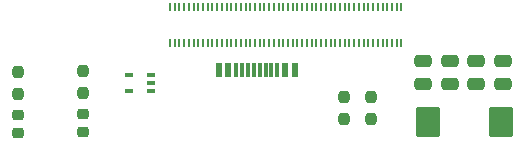
<source format=gtp>
G04 #@! TF.GenerationSoftware,KiCad,Pcbnew,(5.99.0-12267-gfe608bfcef)*
G04 #@! TF.CreationDate,2021-11-07T23:22:06+01:00*
G04 #@! TF.ProjectId,MinCab,4d696e43-6162-42e6-9b69-6361645f7063,rev?*
G04 #@! TF.SameCoordinates,Original*
G04 #@! TF.FileFunction,Paste,Top*
G04 #@! TF.FilePolarity,Positive*
%FSLAX46Y46*%
G04 Gerber Fmt 4.6, Leading zero omitted, Abs format (unit mm)*
G04 Created by KiCad (PCBNEW (5.99.0-12267-gfe608bfcef)) date 2021-11-07 23:22:06*
%MOMM*%
%LPD*%
G01*
G04 APERTURE LIST*
G04 Aperture macros list*
%AMRoundRect*
0 Rectangle with rounded corners*
0 $1 Rounding radius*
0 $2 $3 $4 $5 $6 $7 $8 $9 X,Y pos of 4 corners*
0 Add a 4 corners polygon primitive as box body*
4,1,4,$2,$3,$4,$5,$6,$7,$8,$9,$2,$3,0*
0 Add four circle primitives for the rounded corners*
1,1,$1+$1,$2,$3*
1,1,$1+$1,$4,$5*
1,1,$1+$1,$6,$7*
1,1,$1+$1,$8,$9*
0 Add four rect primitives between the rounded corners*
20,1,$1+$1,$2,$3,$4,$5,0*
20,1,$1+$1,$4,$5,$6,$7,0*
20,1,$1+$1,$6,$7,$8,$9,0*
20,1,$1+$1,$8,$9,$2,$3,0*%
G04 Aperture macros list end*
%ADD10RoundRect,0.250000X0.475000X-0.250000X0.475000X0.250000X-0.475000X0.250000X-0.475000X-0.250000X0*%
%ADD11R,0.200000X0.700000*%
%ADD12RoundRect,0.237500X-0.237500X0.250000X-0.237500X-0.250000X0.237500X-0.250000X0.237500X0.250000X0*%
%ADD13RoundRect,0.237500X0.237500X-0.250000X0.237500X0.250000X-0.237500X0.250000X-0.237500X-0.250000X0*%
%ADD14R,0.650000X0.400000*%
%ADD15RoundRect,0.218750X-0.256250X0.218750X-0.256250X-0.218750X0.256250X-0.218750X0.256250X0.218750X0*%
%ADD16R,0.600000X1.150000*%
%ADD17R,0.300000X1.150000*%
%ADD18RoundRect,0.250000X-0.787500X-1.025000X0.787500X-1.025000X0.787500X1.025000X-0.787500X1.025000X0*%
G04 APERTURE END LIST*
D10*
X158900000Y-88350000D03*
X158900000Y-86450000D03*
X161150000Y-88350000D03*
X161150000Y-86450000D03*
D11*
X137450000Y-84950000D03*
X137450000Y-81870000D03*
X137850000Y-84950000D03*
X137850000Y-81870000D03*
X138250000Y-84950000D03*
X138250000Y-81870000D03*
X138650000Y-84950000D03*
X138650000Y-81870000D03*
X139050000Y-84950000D03*
X139050000Y-81870000D03*
X139450000Y-84950000D03*
X139450000Y-81870000D03*
X139850000Y-84950000D03*
X139850000Y-81870000D03*
X140250000Y-84950000D03*
X140250000Y-81870000D03*
X140650000Y-84950000D03*
X140650000Y-81870000D03*
X141050000Y-84950000D03*
X141050000Y-81870000D03*
X141450000Y-84950000D03*
X141450000Y-81870000D03*
X141850000Y-84950000D03*
X141850000Y-81870000D03*
X142250000Y-84950000D03*
X142250000Y-81870000D03*
X142650000Y-84950000D03*
X142650000Y-81870000D03*
X143050000Y-84950000D03*
X143050000Y-81870000D03*
X143450000Y-84950000D03*
X143450000Y-81870000D03*
X143850000Y-84950000D03*
X143850000Y-81870000D03*
X144250000Y-84950000D03*
X144250000Y-81870000D03*
X144650000Y-84950000D03*
X144650000Y-81870000D03*
X145050000Y-84950000D03*
X145050000Y-81870000D03*
X145450000Y-84950000D03*
X145450000Y-81870000D03*
X145850000Y-84950000D03*
X145850000Y-81870000D03*
X146250000Y-84950000D03*
X146250000Y-81870000D03*
X146650000Y-84950000D03*
X146650000Y-81870000D03*
X147050000Y-84950000D03*
X147050000Y-81870000D03*
X147450000Y-84950000D03*
X147450000Y-81870000D03*
X147850000Y-84950000D03*
X147850000Y-81870000D03*
X148250000Y-84950000D03*
X148250000Y-81870000D03*
X148650000Y-84950000D03*
X148650000Y-81870000D03*
X149050000Y-84950000D03*
X149050000Y-81870000D03*
X149450000Y-84950000D03*
X149450000Y-81870000D03*
X149850000Y-84950000D03*
X149850000Y-81870000D03*
X150250000Y-84950000D03*
X150250000Y-81870000D03*
X150650000Y-84950000D03*
X150650000Y-81870000D03*
X151050000Y-84950000D03*
X151050000Y-81870000D03*
X151450000Y-84950000D03*
X151450000Y-81870000D03*
X151850000Y-84950000D03*
X151850000Y-81870000D03*
X152250000Y-84950000D03*
X152250000Y-81870000D03*
X152650000Y-84950000D03*
X152650000Y-81870000D03*
X153050000Y-84950000D03*
X153050000Y-81870000D03*
X153450000Y-84950000D03*
X153450000Y-81870000D03*
X153850000Y-84950000D03*
X153850000Y-81870000D03*
X154250000Y-84950000D03*
X154250000Y-81870000D03*
X154650000Y-84950000D03*
X154650000Y-81870000D03*
X155050000Y-84950000D03*
X155050000Y-81870000D03*
X155450000Y-84950000D03*
X155450000Y-81870000D03*
X155850000Y-84950000D03*
X155850000Y-81870000D03*
X156250000Y-84950000D03*
X156250000Y-81870000D03*
X156650000Y-84950000D03*
X156650000Y-81870000D03*
X157050000Y-84950000D03*
X157050000Y-81870000D03*
D12*
X154500000Y-89487500D03*
X154500000Y-91312500D03*
D13*
X124600000Y-89200000D03*
X124600000Y-87375000D03*
D14*
X135850000Y-88950000D03*
X135850000Y-88300000D03*
X135850000Y-87650000D03*
X133950000Y-87650000D03*
X133950000Y-88950000D03*
D13*
X130100000Y-89112500D03*
X130100000Y-87287500D03*
D15*
X124600000Y-91000000D03*
X124600000Y-92575000D03*
D10*
X165650000Y-88350000D03*
X165650000Y-86450000D03*
X163400000Y-88350000D03*
X163400000Y-86450000D03*
D13*
X152150000Y-91312500D03*
X152150000Y-89487500D03*
D16*
X141600000Y-87245000D03*
X142400000Y-87245000D03*
D17*
X143550000Y-87245000D03*
X144550000Y-87245000D03*
X145050000Y-87245000D03*
X146050000Y-87245000D03*
D16*
X148000000Y-87245000D03*
X147200000Y-87245000D03*
D17*
X146550000Y-87245000D03*
X145550000Y-87245000D03*
X144050000Y-87245000D03*
X143050000Y-87245000D03*
D18*
X159287500Y-91600000D03*
X165512500Y-91600000D03*
D15*
X130100000Y-90912500D03*
X130100000Y-92487500D03*
M02*

</source>
